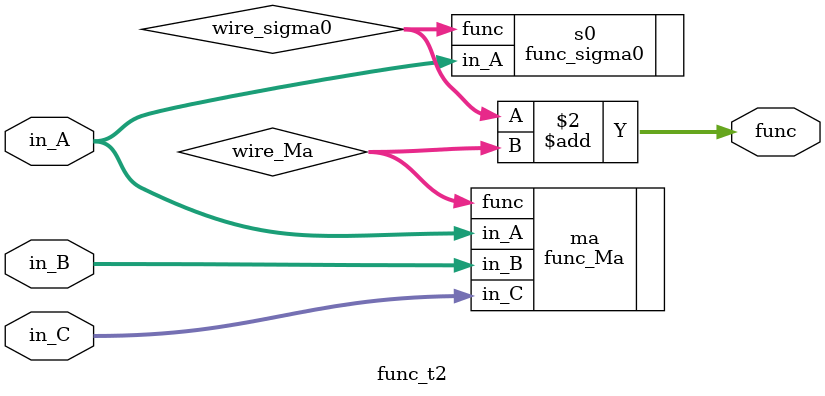
<source format=v>
`timescale 1ns / 1ps
`include "func_sigma0.v"
`include "func_Ma.v"
module func_t2(in_A, in_B, in_C, func);
	
	input wire[31:0] in_A;
	input wire[31:0] in_B;
	input wire[31:0] in_C;
	output reg[31:0] func;
	
	wire[31:0] wire_sigma0;
	wire[31:0] wire_Ma;
	
	func_sigma0 s0(.in_A(in_A), 
		.func(wire_sigma0));
	func_Ma ma(.in_A(in_A), .in_B(in_B),
		.in_C(in_C), .func(wire_Ma));
	
	always @* begin
		func = wire_sigma0 + wire_Ma;
	end
		
endmodule

</source>
